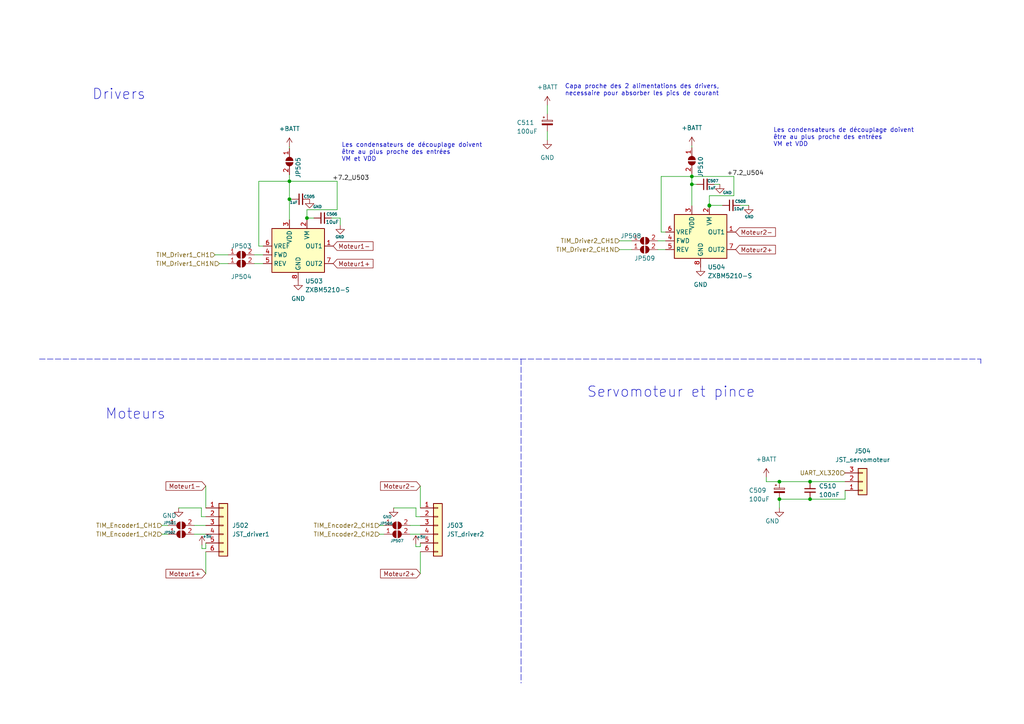
<source format=kicad_sch>
(kicad_sch (version 20211123) (generator eeschema)

  (uuid 612df67b-50d1-4314-aaa8-492795b394eb)

  (paper "A4")

  (title_block
    (title "Schéma projet Robot")
    (date "2022-10-04")
    (rev "Version 1.1")
  )

  (lib_symbols
    (symbol "Connector_Generic:Conn_01x03" (pin_names (offset 1.016) hide) (in_bom yes) (on_board yes)
      (property "Reference" "J" (id 0) (at 0 5.08 0)
        (effects (font (size 1.27 1.27)))
      )
      (property "Value" "Conn_01x03" (id 1) (at 0 -5.08 0)
        (effects (font (size 1.27 1.27)))
      )
      (property "Footprint" "" (id 2) (at 0 0 0)
        (effects (font (size 1.27 1.27)) hide)
      )
      (property "Datasheet" "~" (id 3) (at 0 0 0)
        (effects (font (size 1.27 1.27)) hide)
      )
      (property "ki_keywords" "connector" (id 4) (at 0 0 0)
        (effects (font (size 1.27 1.27)) hide)
      )
      (property "ki_description" "Generic connector, single row, 01x03, script generated (kicad-library-utils/schlib/autogen/connector/)" (id 5) (at 0 0 0)
        (effects (font (size 1.27 1.27)) hide)
      )
      (property "ki_fp_filters" "Connector*:*_1x??_*" (id 6) (at 0 0 0)
        (effects (font (size 1.27 1.27)) hide)
      )
      (symbol "Conn_01x03_1_1"
        (rectangle (start -1.27 -2.413) (end 0 -2.667)
          (stroke (width 0.1524) (type default) (color 0 0 0 0))
          (fill (type none))
        )
        (rectangle (start -1.27 0.127) (end 0 -0.127)
          (stroke (width 0.1524) (type default) (color 0 0 0 0))
          (fill (type none))
        )
        (rectangle (start -1.27 2.667) (end 0 2.413)
          (stroke (width 0.1524) (type default) (color 0 0 0 0))
          (fill (type none))
        )
        (rectangle (start -1.27 3.81) (end 1.27 -3.81)
          (stroke (width 0.254) (type default) (color 0 0 0 0))
          (fill (type background))
        )
        (pin passive line (at -5.08 2.54 0) (length 3.81)
          (name "Pin_1" (effects (font (size 1.27 1.27))))
          (number "1" (effects (font (size 1.27 1.27))))
        )
        (pin passive line (at -5.08 0 0) (length 3.81)
          (name "Pin_2" (effects (font (size 1.27 1.27))))
          (number "2" (effects (font (size 1.27 1.27))))
        )
        (pin passive line (at -5.08 -2.54 0) (length 3.81)
          (name "Pin_3" (effects (font (size 1.27 1.27))))
          (number "3" (effects (font (size 1.27 1.27))))
        )
      )
    )
    (symbol "Connector_Generic:Conn_01x06" (pin_names (offset 1.016) hide) (in_bom yes) (on_board yes)
      (property "Reference" "J" (id 0) (at 0 7.62 0)
        (effects (font (size 1.27 1.27)))
      )
      (property "Value" "Conn_01x06" (id 1) (at 0 -10.16 0)
        (effects (font (size 1.27 1.27)))
      )
      (property "Footprint" "" (id 2) (at 0 0 0)
        (effects (font (size 1.27 1.27)) hide)
      )
      (property "Datasheet" "~" (id 3) (at 0 0 0)
        (effects (font (size 1.27 1.27)) hide)
      )
      (property "ki_keywords" "connector" (id 4) (at 0 0 0)
        (effects (font (size 1.27 1.27)) hide)
      )
      (property "ki_description" "Generic connector, single row, 01x06, script generated (kicad-library-utils/schlib/autogen/connector/)" (id 5) (at 0 0 0)
        (effects (font (size 1.27 1.27)) hide)
      )
      (property "ki_fp_filters" "Connector*:*_1x??_*" (id 6) (at 0 0 0)
        (effects (font (size 1.27 1.27)) hide)
      )
      (symbol "Conn_01x06_1_1"
        (rectangle (start -1.27 -7.493) (end 0 -7.747)
          (stroke (width 0.1524) (type default) (color 0 0 0 0))
          (fill (type none))
        )
        (rectangle (start -1.27 -4.953) (end 0 -5.207)
          (stroke (width 0.1524) (type default) (color 0 0 0 0))
          (fill (type none))
        )
        (rectangle (start -1.27 -2.413) (end 0 -2.667)
          (stroke (width 0.1524) (type default) (color 0 0 0 0))
          (fill (type none))
        )
        (rectangle (start -1.27 0.127) (end 0 -0.127)
          (stroke (width 0.1524) (type default) (color 0 0 0 0))
          (fill (type none))
        )
        (rectangle (start -1.27 2.667) (end 0 2.413)
          (stroke (width 0.1524) (type default) (color 0 0 0 0))
          (fill (type none))
        )
        (rectangle (start -1.27 5.207) (end 0 4.953)
          (stroke (width 0.1524) (type default) (color 0 0 0 0))
          (fill (type none))
        )
        (rectangle (start -1.27 6.35) (end 1.27 -8.89)
          (stroke (width 0.254) (type default) (color 0 0 0 0))
          (fill (type background))
        )
        (pin passive line (at -5.08 5.08 0) (length 3.81)
          (name "Pin_1" (effects (font (size 1.27 1.27))))
          (number "1" (effects (font (size 1.27 1.27))))
        )
        (pin passive line (at -5.08 2.54 0) (length 3.81)
          (name "Pin_2" (effects (font (size 1.27 1.27))))
          (number "2" (effects (font (size 1.27 1.27))))
        )
        (pin passive line (at -5.08 0 0) (length 3.81)
          (name "Pin_3" (effects (font (size 1.27 1.27))))
          (number "3" (effects (font (size 1.27 1.27))))
        )
        (pin passive line (at -5.08 -2.54 0) (length 3.81)
          (name "Pin_4" (effects (font (size 1.27 1.27))))
          (number "4" (effects (font (size 1.27 1.27))))
        )
        (pin passive line (at -5.08 -5.08 0) (length 3.81)
          (name "Pin_5" (effects (font (size 1.27 1.27))))
          (number "5" (effects (font (size 1.27 1.27))))
        )
        (pin passive line (at -5.08 -7.62 0) (length 3.81)
          (name "Pin_6" (effects (font (size 1.27 1.27))))
          (number "6" (effects (font (size 1.27 1.27))))
        )
      )
    )
    (symbol "Device:C_Polarized_Small" (pin_numbers hide) (pin_names (offset 0.254) hide) (in_bom yes) (on_board yes)
      (property "Reference" "C" (id 0) (at 0.254 1.778 0)
        (effects (font (size 1.27 1.27)) (justify left))
      )
      (property "Value" "C_Polarized_Small" (id 1) (at 0.254 -2.032 0)
        (effects (font (size 1.27 1.27)) (justify left))
      )
      (property "Footprint" "" (id 2) (at 0 0 0)
        (effects (font (size 1.27 1.27)) hide)
      )
      (property "Datasheet" "~" (id 3) (at 0 0 0)
        (effects (font (size 1.27 1.27)) hide)
      )
      (property "ki_keywords" "cap capacitor" (id 4) (at 0 0 0)
        (effects (font (size 1.27 1.27)) hide)
      )
      (property "ki_description" "Polarized capacitor, small symbol" (id 5) (at 0 0 0)
        (effects (font (size 1.27 1.27)) hide)
      )
      (property "ki_fp_filters" "CP_*" (id 6) (at 0 0 0)
        (effects (font (size 1.27 1.27)) hide)
      )
      (symbol "C_Polarized_Small_0_1"
        (rectangle (start -1.524 -0.3048) (end 1.524 -0.6858)
          (stroke (width 0) (type default) (color 0 0 0 0))
          (fill (type outline))
        )
        (rectangle (start -1.524 0.6858) (end 1.524 0.3048)
          (stroke (width 0) (type default) (color 0 0 0 0))
          (fill (type none))
        )
        (polyline
          (pts
            (xy -1.27 1.524)
            (xy -0.762 1.524)
          )
          (stroke (width 0) (type default) (color 0 0 0 0))
          (fill (type none))
        )
        (polyline
          (pts
            (xy -1.016 1.27)
            (xy -1.016 1.778)
          )
          (stroke (width 0) (type default) (color 0 0 0 0))
          (fill (type none))
        )
      )
      (symbol "C_Polarized_Small_1_1"
        (pin passive line (at 0 2.54 270) (length 1.8542)
          (name "~" (effects (font (size 1.27 1.27))))
          (number "1" (effects (font (size 1.27 1.27))))
        )
        (pin passive line (at 0 -2.54 90) (length 1.8542)
          (name "~" (effects (font (size 1.27 1.27))))
          (number "2" (effects (font (size 1.27 1.27))))
        )
      )
    )
    (symbol "Device:C_Small" (pin_numbers hide) (pin_names (offset 0.254) hide) (in_bom yes) (on_board yes)
      (property "Reference" "C" (id 0) (at 0.254 1.778 0)
        (effects (font (size 1.27 1.27)) (justify left))
      )
      (property "Value" "C_Small" (id 1) (at 0.254 -2.032 0)
        (effects (font (size 1.27 1.27)) (justify left))
      )
      (property "Footprint" "" (id 2) (at 0 0 0)
        (effects (font (size 1.27 1.27)) hide)
      )
      (property "Datasheet" "~" (id 3) (at 0 0 0)
        (effects (font (size 1.27 1.27)) hide)
      )
      (property "ki_keywords" "capacitor cap" (id 4) (at 0 0 0)
        (effects (font (size 1.27 1.27)) hide)
      )
      (property "ki_description" "Unpolarized capacitor, small symbol" (id 5) (at 0 0 0)
        (effects (font (size 1.27 1.27)) hide)
      )
      (property "ki_fp_filters" "C_*" (id 6) (at 0 0 0)
        (effects (font (size 1.27 1.27)) hide)
      )
      (symbol "C_Small_0_1"
        (polyline
          (pts
            (xy -1.524 -0.508)
            (xy 1.524 -0.508)
          )
          (stroke (width 0.3302) (type default) (color 0 0 0 0))
          (fill (type none))
        )
        (polyline
          (pts
            (xy -1.524 0.508)
            (xy 1.524 0.508)
          )
          (stroke (width 0.3048) (type default) (color 0 0 0 0))
          (fill (type none))
        )
      )
      (symbol "C_Small_1_1"
        (pin passive line (at 0 2.54 270) (length 2.032)
          (name "~" (effects (font (size 1.27 1.27))))
          (number "1" (effects (font (size 1.27 1.27))))
        )
        (pin passive line (at 0 -2.54 90) (length 2.032)
          (name "~" (effects (font (size 1.27 1.27))))
          (number "2" (effects (font (size 1.27 1.27))))
        )
      )
    )
    (symbol "Driver_Motor:ZXBM5210-S" (in_bom yes) (on_board yes)
      (property "Reference" "U" (id 0) (at -7.62 8.89 0)
        (effects (font (size 1.27 1.27)))
      )
      (property "Value" "ZXBM5210-S" (id 1) (at 10.16 8.89 0)
        (effects (font (size 1.27 1.27)))
      )
      (property "Footprint" "Package_SO:SOIC-8_3.9x4.9mm_P1.27mm" (id 2) (at 1.27 -6.35 0)
        (effects (font (size 1.27 1.27)) hide)
      )
      (property "Datasheet" "https://www.diodes.com/assets/Datasheets/ZXBM5210.pdf" (id 3) (at 0 0 0)
        (effects (font (size 1.27 1.27)) hide)
      )
      (property "ki_keywords" "H-bridge, motor driver, PWM, single coil" (id 4) (at 0 0 0)
        (effects (font (size 1.27 1.27)) hide)
      )
      (property "ki_description" "Reversible DC motor drive with speed control, 3-18V, 0.85A, SOIC-8" (id 5) (at 0 0 0)
        (effects (font (size 1.27 1.27)) hide)
      )
      (property "ki_fp_filters" "SOIC*3.9x4.9mm*P1.27mm*" (id 6) (at 0 0 0)
        (effects (font (size 1.27 1.27)) hide)
      )
      (symbol "ZXBM5210-S_0_0"
        (pin output line (at 10.16 2.54 180) (length 2.54)
          (name "OUT1" (effects (font (size 1.27 1.27))))
          (number "1" (effects (font (size 1.27 1.27))))
        )
        (pin power_in line (at 2.54 10.16 270) (length 2.54)
          (name "VM" (effects (font (size 1.27 1.27))))
          (number "2" (effects (font (size 1.27 1.27))))
        )
        (pin power_in line (at -2.54 10.16 270) (length 2.54)
          (name "VDD" (effects (font (size 1.27 1.27))))
          (number "3" (effects (font (size 1.27 1.27))))
        )
        (pin input line (at -10.16 0 0) (length 2.54)
          (name "FWD" (effects (font (size 1.27 1.27))))
          (number "4" (effects (font (size 1.27 1.27))))
        )
        (pin input line (at -10.16 -2.54 0) (length 2.54)
          (name "REV" (effects (font (size 1.27 1.27))))
          (number "5" (effects (font (size 1.27 1.27))))
        )
        (pin input line (at -10.16 2.54 0) (length 2.54)
          (name "VREF" (effects (font (size 1.27 1.27))))
          (number "6" (effects (font (size 1.27 1.27))))
        )
        (pin output line (at 10.16 -2.54 180) (length 2.54)
          (name "OUT2" (effects (font (size 1.27 1.27))))
          (number "7" (effects (font (size 1.27 1.27))))
        )
        (pin power_in line (at 0 -7.62 90) (length 2.54)
          (name "GND" (effects (font (size 1.27 1.27))))
          (number "8" (effects (font (size 1.27 1.27))))
        )
      )
      (symbol "ZXBM5210-S_0_1"
        (rectangle (start -7.62 7.62) (end 7.62 -5.08)
          (stroke (width 0.254) (type default) (color 0 0 0 0))
          (fill (type background))
        )
      )
    )
    (symbol "Jumper:SolderJumper_2_Open" (pin_names (offset 0) hide) (in_bom yes) (on_board yes)
      (property "Reference" "JP" (id 0) (at 0 2.032 0)
        (effects (font (size 1.27 1.27)))
      )
      (property "Value" "SolderJumper_2_Open" (id 1) (at 0 -2.54 0)
        (effects (font (size 1.27 1.27)))
      )
      (property "Footprint" "" (id 2) (at 0 0 0)
        (effects (font (size 1.27 1.27)) hide)
      )
      (property "Datasheet" "~" (id 3) (at 0 0 0)
        (effects (font (size 1.27 1.27)) hide)
      )
      (property "ki_keywords" "solder jumper SPST" (id 4) (at 0 0 0)
        (effects (font (size 1.27 1.27)) hide)
      )
      (property "ki_description" "Solder Jumper, 2-pole, open" (id 5) (at 0 0 0)
        (effects (font (size 1.27 1.27)) hide)
      )
      (property "ki_fp_filters" "SolderJumper*Open*" (id 6) (at 0 0 0)
        (effects (font (size 1.27 1.27)) hide)
      )
      (symbol "SolderJumper_2_Open_0_1"
        (arc (start -0.254 1.016) (mid -1.27 0) (end -0.254 -1.016)
          (stroke (width 0) (type default) (color 0 0 0 0))
          (fill (type none))
        )
        (arc (start -0.254 1.016) (mid -1.27 0) (end -0.254 -1.016)
          (stroke (width 0) (type default) (color 0 0 0 0))
          (fill (type outline))
        )
        (polyline
          (pts
            (xy -0.254 1.016)
            (xy -0.254 -1.016)
          )
          (stroke (width 0) (type default) (color 0 0 0 0))
          (fill (type none))
        )
        (polyline
          (pts
            (xy 0.254 1.016)
            (xy 0.254 -1.016)
          )
          (stroke (width 0) (type default) (color 0 0 0 0))
          (fill (type none))
        )
        (arc (start 0.254 -1.016) (mid 1.27 0) (end 0.254 1.016)
          (stroke (width 0) (type default) (color 0 0 0 0))
          (fill (type none))
        )
        (arc (start 0.254 -1.016) (mid 1.27 0) (end 0.254 1.016)
          (stroke (width 0) (type default) (color 0 0 0 0))
          (fill (type outline))
        )
      )
      (symbol "SolderJumper_2_Open_1_1"
        (pin passive line (at -3.81 0 0) (length 2.54)
          (name "A" (effects (font (size 1.27 1.27))))
          (number "1" (effects (font (size 1.27 1.27))))
        )
        (pin passive line (at 3.81 0 180) (length 2.54)
          (name "B" (effects (font (size 1.27 1.27))))
          (number "2" (effects (font (size 1.27 1.27))))
        )
      )
    )
    (symbol "power:+5V" (power) (pin_names (offset 0)) (in_bom yes) (on_board yes)
      (property "Reference" "#PWR" (id 0) (at 0 -3.81 0)
        (effects (font (size 1.27 1.27)) hide)
      )
      (property "Value" "+5V" (id 1) (at 0 3.556 0)
        (effects (font (size 1.27 1.27)))
      )
      (property "Footprint" "" (id 2) (at 0 0 0)
        (effects (font (size 1.27 1.27)) hide)
      )
      (property "Datasheet" "" (id 3) (at 0 0 0)
        (effects (font (size 1.27 1.27)) hide)
      )
      (property "ki_keywords" "power-flag" (id 4) (at 0 0 0)
        (effects (font (size 1.27 1.27)) hide)
      )
      (property "ki_description" "Power symbol creates a global label with name \"+5V\"" (id 5) (at 0 0 0)
        (effects (font (size 1.27 1.27)) hide)
      )
      (symbol "+5V_0_1"
        (polyline
          (pts
            (xy -0.762 1.27)
            (xy 0 2.54)
          )
          (stroke (width 0) (type default) (color 0 0 0 0))
          (fill (type none))
        )
        (polyline
          (pts
            (xy 0 0)
            (xy 0 2.54)
          )
          (stroke (width 0) (type default) (color 0 0 0 0))
          (fill (type none))
        )
        (polyline
          (pts
            (xy 0 2.54)
            (xy 0.762 1.27)
          )
          (stroke (width 0) (type default) (color 0 0 0 0))
          (fill (type none))
        )
      )
      (symbol "+5V_1_1"
        (pin power_in line (at 0 0 90) (length 0) hide
          (name "+5V" (effects (font (size 1.27 1.27))))
          (number "1" (effects (font (size 1.27 1.27))))
        )
      )
    )
    (symbol "power:+BATT" (power) (pin_names (offset 0)) (in_bom yes) (on_board yes)
      (property "Reference" "#PWR" (id 0) (at 0 -3.81 0)
        (effects (font (size 1.27 1.27)) hide)
      )
      (property "Value" "+BATT" (id 1) (at 0 3.556 0)
        (effects (font (size 1.27 1.27)))
      )
      (property "Footprint" "" (id 2) (at 0 0 0)
        (effects (font (size 1.27 1.27)) hide)
      )
      (property "Datasheet" "" (id 3) (at 0 0 0)
        (effects (font (size 1.27 1.27)) hide)
      )
      (property "ki_keywords" "power-flag battery" (id 4) (at 0 0 0)
        (effects (font (size 1.27 1.27)) hide)
      )
      (property "ki_description" "Power symbol creates a global label with name \"+BATT\"" (id 5) (at 0 0 0)
        (effects (font (size 1.27 1.27)) hide)
      )
      (symbol "+BATT_0_1"
        (polyline
          (pts
            (xy -0.762 1.27)
            (xy 0 2.54)
          )
          (stroke (width 0) (type default) (color 0 0 0 0))
          (fill (type none))
        )
        (polyline
          (pts
            (xy 0 0)
            (xy 0 2.54)
          )
          (stroke (width 0) (type default) (color 0 0 0 0))
          (fill (type none))
        )
        (polyline
          (pts
            (xy 0 2.54)
            (xy 0.762 1.27)
          )
          (stroke (width 0) (type default) (color 0 0 0 0))
          (fill (type none))
        )
      )
      (symbol "+BATT_1_1"
        (pin power_in line (at 0 0 90) (length 0) hide
          (name "+BATT" (effects (font (size 1.27 1.27))))
          (number "1" (effects (font (size 1.27 1.27))))
        )
      )
    )
    (symbol "power:GND" (power) (pin_names (offset 0)) (in_bom yes) (on_board yes)
      (property "Reference" "#PWR" (id 0) (at 0 -6.35 0)
        (effects (font (size 1.27 1.27)) hide)
      )
      (property "Value" "GND" (id 1) (at 0 -3.81 0)
        (effects (font (size 1.27 1.27)))
      )
      (property "Footprint" "" (id 2) (at 0 0 0)
        (effects (font (size 1.27 1.27)) hide)
      )
      (property "Datasheet" "" (id 3) (at 0 0 0)
        (effects (font (size 1.27 1.27)) hide)
      )
      (property "ki_keywords" "power-flag" (id 4) (at 0 0 0)
        (effects (font (size 1.27 1.27)) hide)
      )
      (property "ki_description" "Power symbol creates a global label with name \"GND\" , ground" (id 5) (at 0 0 0)
        (effects (font (size 1.27 1.27)) hide)
      )
      (symbol "GND_0_1"
        (polyline
          (pts
            (xy 0 0)
            (xy 0 -1.27)
            (xy 1.27 -1.27)
            (xy 0 -2.54)
            (xy -1.27 -1.27)
            (xy 0 -1.27)
          )
          (stroke (width 0) (type default) (color 0 0 0 0))
          (fill (type none))
        )
      )
      (symbol "GND_1_1"
        (pin power_in line (at 0 0 270) (length 0) hide
          (name "GND" (effects (font (size 1.27 1.27))))
          (number "1" (effects (font (size 1.27 1.27))))
        )
      )
    )
  )

  (junction (at 83.947 52.578) (diameter 0) (color 0 0 0 0)
    (uuid 085a020d-d30a-4637-a86d-55dafc8bfe1f)
  )
  (junction (at 226.06 139.7) (diameter 0) (color 0 0 0 0)
    (uuid 273e92d0-c4eb-44b5-96cc-16b24046711e)
  )
  (junction (at 89.027 63.246) (diameter 0) (color 0 0 0 0)
    (uuid 3a97aa9a-b2ad-4e8e-9728-b21aeeceaa93)
  )
  (junction (at 234.95 144.78) (diameter 0) (color 0 0 0 0)
    (uuid 407a6555-79c5-4ebe-8127-a7c6b4a0463a)
  )
  (junction (at 83.947 57.785) (diameter 0) (color 0 0 0 0)
    (uuid 4ec77ea1-bfa9-48dd-b4b4-62f0c57f3b41)
  )
  (junction (at 226.06 144.78) (diameter 0) (color 0 0 0 0)
    (uuid 4f79f74c-95b3-4952-8659-ae6aac9989cc)
  )
  (junction (at 205.74 59.563) (diameter 0) (color 0 0 0 0)
    (uuid 6912fb0e-43be-4add-ae9e-df60931d5fdf)
  )
  (junction (at 234.95 139.7) (diameter 0) (color 0 0 0 0)
    (uuid 8df1532c-8dc4-48b6-9204-41455bd6a916)
  )
  (junction (at 200.66 51.181) (diameter 0) (color 0 0 0 0)
    (uuid d361036c-2b03-4491-a353-68bb6309665a)
  )
  (junction (at 205.74 59.69) (diameter 0) (color 0 0 0 0)
    (uuid d769c851-07b3-4c7e-b20b-294a87863801)
  )
  (junction (at 200.66 53.467) (diameter 0) (color 0 0 0 0)
    (uuid d8d03af9-ea71-4cff-bc71-7a4ee9ed76f5)
  )

  (wire (pts (xy 208.788 53.467) (xy 207.137 53.467))
    (stroke (width 0) (type default) (color 0 0 0 0))
    (uuid 03803e01-aec1-493a-962c-ca37d6d3da3f)
  )
  (wire (pts (xy 120.5992 157.8864) (xy 120.5992 158.5468))
    (stroke (width 0) (type default) (color 0 0 0 0))
    (uuid 04f0e5a3-ace0-4783-ac04-16e03853c839)
  )
  (polyline (pts (xy 151.13 104.14) (xy 151.13 198.12))
    (stroke (width 0) (type default) (color 0 0 0 0))
    (uuid 06046a8f-0ebb-4480-b45d-555128fe2882)
  )

  (wire (pts (xy 62.357 73.914) (xy 66.167 73.914))
    (stroke (width 0) (type default) (color 0 0 0 0))
    (uuid 093ff4ad-c055-4cd4-9e87-9bde6fd3be57)
  )
  (wire (pts (xy 205.74 59.563) (xy 205.74 59.69))
    (stroke (width 0) (type default) (color 0 0 0 0))
    (uuid 0e8e208b-0a39-4b8b-95e3-3769c0bdfa5c)
  )
  (wire (pts (xy 200.66 51.181) (xy 200.66 53.467))
    (stroke (width 0) (type default) (color 0 0 0 0))
    (uuid 10c63643-8526-487c-944d-c61b50eb0e71)
  )
  (wire (pts (xy 75.057 52.578) (xy 83.947 52.578))
    (stroke (width 0) (type default) (color 0 0 0 0))
    (uuid 16c5a799-e4e8-48f3-8177-a66ab49bc022)
  )
  (wire (pts (xy 58.5724 159.1056) (xy 58.5724 158.0896))
    (stroke (width 0) (type default) (color 0 0 0 0))
    (uuid 1c6928ca-1cab-4d67-a82b-6d44b2c63649)
  )
  (wire (pts (xy 121.92 140.97) (xy 121.92 147.32))
    (stroke (width 0) (type default) (color 0 0 0 0))
    (uuid 1db82cef-fca0-44ed-bf6b-4a02f56bde64)
  )
  (wire (pts (xy 89.027 63.246) (xy 91.059 63.246))
    (stroke (width 0) (type default) (color 0 0 0 0))
    (uuid 2245bfbb-1e35-4d37-8c41-7e5aeed6e907)
  )
  (wire (pts (xy 58.42 147.32) (xy 51.816 147.32))
    (stroke (width 0) (type default) (color 0 0 0 0))
    (uuid 22924f93-b094-45ce-94ab-522aacba879a)
  )
  (wire (pts (xy 73.787 73.914) (xy 76.327 73.914))
    (stroke (width 0) (type default) (color 0 0 0 0))
    (uuid 2bbf778f-6671-4d5f-ad23-9f5c21f2ae8b)
  )
  (wire (pts (xy 56.3372 152.4) (xy 59.69 152.4))
    (stroke (width 0) (type default) (color 0 0 0 0))
    (uuid 2d2af9dc-bed0-4658-bbec-c6b038cddd0d)
  )
  (wire (pts (xy 59.69 157.48) (xy 59.69 159.1056))
    (stroke (width 0) (type default) (color 0 0 0 0))
    (uuid 2da17eca-edb2-485d-ac20-25bf38a63e49)
  )
  (wire (pts (xy 200.66 53.467) (xy 202.057 53.467))
    (stroke (width 0) (type default) (color 0 0 0 0))
    (uuid 366af741-9a4f-4c22-a9df-c27bbe2a5874)
  )
  (wire (pts (xy 46.99 154.94) (xy 48.7172 154.94))
    (stroke (width 0) (type default) (color 0 0 0 0))
    (uuid 3a4a8a39-a338-497c-ac9d-1453f0605e74)
  )
  (wire (pts (xy 59.69 159.1056) (xy 58.5724 159.1056))
    (stroke (width 0) (type default) (color 0 0 0 0))
    (uuid 40025bad-5ebf-40e6-82c3-4cc0b0a6e3fe)
  )
  (wire (pts (xy 121.92 158.5468) (xy 121.92 157.48))
    (stroke (width 0) (type default) (color 0 0 0 0))
    (uuid 401bdb27-6d04-4ddd-9742-cc7040ea8259)
  )
  (wire (pts (xy 59.69 149.86) (xy 58.42 149.86))
    (stroke (width 0) (type default) (color 0 0 0 0))
    (uuid 41e29d06-bec5-4928-b489-7201a84daaac)
  )
  (wire (pts (xy 110.0836 154.94) (xy 111.3536 154.94))
    (stroke (width 0) (type default) (color 0 0 0 0))
    (uuid 42fb15c2-cecd-42ad-ab30-1440883bc93a)
  )
  (wire (pts (xy 205.74 56.769) (xy 212.852 56.769))
    (stroke (width 0) (type default) (color 0 0 0 0))
    (uuid 573ed4c6-7995-427e-80f3-03b44d273159)
  )
  (wire (pts (xy 209.55 59.563) (xy 205.74 59.563))
    (stroke (width 0) (type default) (color 0 0 0 0))
    (uuid 5763b06c-373a-483c-9866-9bcbc2f3e8e6)
  )
  (wire (pts (xy 158.75 30.48) (xy 158.75 33.02))
    (stroke (width 0) (type default) (color 0 0 0 0))
    (uuid 57920812-f9a2-4e4f-aa85-1915cb4c66af)
  )
  (wire (pts (xy 214.63 59.563) (xy 217.17 59.563))
    (stroke (width 0) (type default) (color 0 0 0 0))
    (uuid 5da4fc03-4d82-4733-8244-d886e74cecd2)
  )
  (wire (pts (xy 200.66 53.467) (xy 200.66 59.69))
    (stroke (width 0) (type default) (color 0 0 0 0))
    (uuid 5e589e32-3737-43a2-bd61-b7f902ddd800)
  )
  (wire (pts (xy 96.139 63.246) (xy 98.679 63.246))
    (stroke (width 0) (type default) (color 0 0 0 0))
    (uuid 5ead3d56-8f40-4fc8-a775-6a9cb2718d48)
  )
  (wire (pts (xy 110.0836 152.4) (xy 111.3536 152.4))
    (stroke (width 0) (type default) (color 0 0 0 0))
    (uuid 5f64196d-03e6-4dc0-ba99-384606b76479)
  )
  (wire (pts (xy 200.66 42.291) (xy 200.66 42.799))
    (stroke (width 0) (type default) (color 0 0 0 0))
    (uuid 5f9e9465-f323-47fe-9dba-e9466b052b84)
  )
  (wire (pts (xy 226.06 144.78) (xy 226.06 147.32))
    (stroke (width 0) (type default) (color 0 0 0 0))
    (uuid 610ec985-1ff5-44a0-a53b-db9ebc109955)
  )
  (wire (pts (xy 120.5992 158.5468) (xy 121.92 158.5468))
    (stroke (width 0) (type default) (color 0 0 0 0))
    (uuid 66b16e80-49f3-4fb1-96da-1d695ea68f31)
  )
  (wire (pts (xy 63.627 76.454) (xy 66.167 76.454))
    (stroke (width 0) (type default) (color 0 0 0 0))
    (uuid 6936ed20-1f37-4546-9103-cd8396d5c29b)
  )
  (wire (pts (xy 193.04 67.31) (xy 191.77 67.31))
    (stroke (width 0) (type default) (color 0 0 0 0))
    (uuid 6b9bf8c6-e39a-4ba2-bca8-4f76910c4818)
  )
  (wire (pts (xy 200.66 50.419) (xy 200.66 51.181))
    (stroke (width 0) (type default) (color 0 0 0 0))
    (uuid 6c593355-4bea-4fa9-a399-86b2f5ace124)
  )
  (wire (pts (xy 83.947 52.578) (xy 97.79 52.578))
    (stroke (width 0) (type default) (color 0 0 0 0))
    (uuid 70088e3d-6cd9-4df9-b202-3e129cc4fbd2)
  )
  (wire (pts (xy 83.947 50.673) (xy 83.947 52.578))
    (stroke (width 0) (type default) (color 0 0 0 0))
    (uuid 73d7448a-04f8-408d-8542-0ba1dd3894b9)
  )
  (wire (pts (xy 56.3372 154.94) (xy 59.69 154.94))
    (stroke (width 0) (type default) (color 0 0 0 0))
    (uuid 74a7b3f7-4b47-44f8-ac7b-06325b5f1a3c)
  )
  (wire (pts (xy 190.8048 72.39) (xy 193.04 72.39))
    (stroke (width 0) (type default) (color 0 0 0 0))
    (uuid 7c9f6fd2-8774-41da-937a-c34c55efa49c)
  )
  (wire (pts (xy 75.057 71.374) (xy 76.327 71.374))
    (stroke (width 0) (type default) (color 0 0 0 0))
    (uuid 7e1a9b63-0052-4487-bc0d-c4cafe6511ab)
  )
  (wire (pts (xy 59.69 140.97) (xy 59.69 147.32))
    (stroke (width 0) (type default) (color 0 0 0 0))
    (uuid 86791a2f-4059-4644-902c-155c95ec451c)
  )
  (wire (pts (xy 59.69 166.37) (xy 59.69 160.02))
    (stroke (width 0) (type default) (color 0 0 0 0))
    (uuid 94f90b04-a455-47b5-9a74-67277e18d43f)
  )
  (polyline (pts (xy 11.43 104.14) (xy 284.48 104.14))
    (stroke (width 0) (type default) (color 0 0 0 0))
    (uuid 9807fd25-73f4-4e3f-b288-279ccda35425)
  )

  (wire (pts (xy 222.25 138.43) (xy 222.25 139.7))
    (stroke (width 0) (type default) (color 0 0 0 0))
    (uuid 98ef5db7-8136-4d4a-a7d6-4cd59c72cfb3)
  )
  (wire (pts (xy 212.852 56.769) (xy 212.852 51.181))
    (stroke (width 0) (type default) (color 0 0 0 0))
    (uuid 997a8e51-83ac-4485-ad6a-71968c5fc0d4)
  )
  (wire (pts (xy 118.9736 152.4) (xy 121.92 152.4))
    (stroke (width 0) (type default) (color 0 0 0 0))
    (uuid 999ed35f-0cf2-4134-a4fc-4e3058031a43)
  )
  (wire (pts (xy 205.74 56.769) (xy 205.74 59.563))
    (stroke (width 0) (type default) (color 0 0 0 0))
    (uuid 9b0eff7f-c435-4327-8399-bf8bf40c88b7)
  )
  (wire (pts (xy 83.947 52.578) (xy 83.947 57.785))
    (stroke (width 0) (type default) (color 0 0 0 0))
    (uuid 9d1161e8-9681-4efd-8e00-8d6f41b7ff6c)
  )
  (wire (pts (xy 158.75 38.1) (xy 158.75 40.64))
    (stroke (width 0) (type default) (color 0 0 0 0))
    (uuid 9d87b03f-10ed-4d99-9abf-a3e3bcce55df)
  )
  (wire (pts (xy 191.77 51.181) (xy 200.66 51.181))
    (stroke (width 0) (type default) (color 0 0 0 0))
    (uuid 9e680e2e-63ae-4eb4-a168-8ea503f7ee07)
  )
  (wire (pts (xy 226.06 139.7) (xy 234.95 139.7))
    (stroke (width 0) (type default) (color 0 0 0 0))
    (uuid a09a8f28-fe07-4fd7-8a21-06a581ade9ea)
  )
  (wire (pts (xy 120.65 149.86) (xy 120.65 147.32))
    (stroke (width 0) (type default) (color 0 0 0 0))
    (uuid a1bdd1e6-b94c-4251-972f-0d30279246c9)
  )
  (wire (pts (xy 118.9736 154.94) (xy 121.92 154.94))
    (stroke (width 0) (type default) (color 0 0 0 0))
    (uuid a389d843-38af-4f29-b938-b9ebcceb6332)
  )
  (wire (pts (xy 245.11 144.78) (xy 234.95 144.78))
    (stroke (width 0) (type default) (color 0 0 0 0))
    (uuid a4abc68c-1cb2-4d44-9ed3-665648a7e2fa)
  )
  (wire (pts (xy 75.057 71.374) (xy 75.057 52.578))
    (stroke (width 0) (type default) (color 0 0 0 0))
    (uuid ab10a0bd-8499-4f02-8508-57af8171a320)
  )
  (wire (pts (xy 222.25 139.7) (xy 226.06 139.7))
    (stroke (width 0) (type default) (color 0 0 0 0))
    (uuid ab830617-0f24-4aa7-a746-a0e3884b1372)
  )
  (wire (pts (xy 46.99 152.4) (xy 48.7172 152.4))
    (stroke (width 0) (type default) (color 0 0 0 0))
    (uuid ad84f969-85df-4176-9332-f24fe2930084)
  )
  (polyline (pts (xy 284.48 104.14) (xy 284.48 105.41))
    (stroke (width 0) (type default) (color 0 0 0 0))
    (uuid aea2bd89-9b1b-459a-9be7-3bd19c6db62b)
  )

  (wire (pts (xy 89.027 63.246) (xy 89.027 63.754))
    (stroke (width 0) (type default) (color 0 0 0 0))
    (uuid aea44d2d-0d40-47ae-be4c-c0eb03c16411)
  )
  (wire (pts (xy 97.79 52.578) (xy 97.79 60.833))
    (stroke (width 0) (type default) (color 0 0 0 0))
    (uuid b31cfc60-fea1-454c-9fad-3cb019b0a75b)
  )
  (wire (pts (xy 179.6796 72.39) (xy 183.1848 72.39))
    (stroke (width 0) (type default) (color 0 0 0 0))
    (uuid b3e908ca-efc1-4a09-ae09-19cdf33866fd)
  )
  (wire (pts (xy 234.95 144.78) (xy 226.06 144.78))
    (stroke (width 0) (type default) (color 0 0 0 0))
    (uuid b8adfeea-e62a-452a-b0ca-7f6c692e3384)
  )
  (wire (pts (xy 83.947 57.785) (xy 83.947 63.754))
    (stroke (width 0) (type default) (color 0 0 0 0))
    (uuid bb7817f3-1d7f-4229-9621-07f872a1efff)
  )
  (wire (pts (xy 121.92 166.37) (xy 121.92 160.02))
    (stroke (width 0) (type default) (color 0 0 0 0))
    (uuid bfedb1ac-cc2f-48c5-8525-d17775641e9d)
  )
  (wire (pts (xy 97.79 60.833) (xy 89.027 60.833))
    (stroke (width 0) (type default) (color 0 0 0 0))
    (uuid d3f757e9-658b-49de-b0fa-4c6eeaccc235)
  )
  (wire (pts (xy 58.42 149.86) (xy 58.42 147.32))
    (stroke (width 0) (type default) (color 0 0 0 0))
    (uuid d4afe85a-bd57-4387-bd43-da1cc8dd43b4)
  )
  (wire (pts (xy 73.787 76.454) (xy 76.327 76.454))
    (stroke (width 0) (type default) (color 0 0 0 0))
    (uuid d9b944d9-2dc6-47c6-9880-08c058ed3870)
  )
  (wire (pts (xy 121.92 149.86) (xy 120.65 149.86))
    (stroke (width 0) (type default) (color 0 0 0 0))
    (uuid ddb89bcc-6d23-4005-8120-75fd11a9834c)
  )
  (wire (pts (xy 179.6796 69.85) (xy 183.1848 69.85))
    (stroke (width 0) (type default) (color 0 0 0 0))
    (uuid de11632e-2eb3-4247-a9cc-596b214c20d8)
  )
  (wire (pts (xy 83.947 57.785) (xy 84.709 57.785))
    (stroke (width 0) (type default) (color 0 0 0 0))
    (uuid e4684333-183a-44f4-97a1-4092c82d81ec)
  )
  (wire (pts (xy 83.947 42.545) (xy 83.947 43.053))
    (stroke (width 0) (type default) (color 0 0 0 0))
    (uuid e551233d-d4fd-4053-90c5-f9cdeaba898a)
  )
  (wire (pts (xy 191.77 51.181) (xy 191.77 67.31))
    (stroke (width 0) (type default) (color 0 0 0 0))
    (uuid e66ec60a-ee2b-435d-b917-6f6006151430)
  )
  (wire (pts (xy 98.679 63.246) (xy 98.679 65.278))
    (stroke (width 0) (type default) (color 0 0 0 0))
    (uuid e8c47eca-7a4e-414a-aa05-98aa32f24f75)
  )
  (wire (pts (xy 245.11 144.78) (xy 245.11 142.24))
    (stroke (width 0) (type default) (color 0 0 0 0))
    (uuid e8ee94b3-af9a-4b62-b4f2-9c9e152a120b)
  )
  (wire (pts (xy 190.8048 69.85) (xy 193.04 69.85))
    (stroke (width 0) (type default) (color 0 0 0 0))
    (uuid f2025f82-acc8-4531-bf2e-bd56920e3b6b)
  )
  (wire (pts (xy 234.95 139.7) (xy 245.11 139.7))
    (stroke (width 0) (type default) (color 0 0 0 0))
    (uuid f86ad3b0-3cf0-44e1-a434-e650c5b3c196)
  )
  (wire (pts (xy 89.027 60.833) (xy 89.027 63.246))
    (stroke (width 0) (type default) (color 0 0 0 0))
    (uuid f89d3abb-88a1-46ee-9615-ac44cf2465ab)
  )
  (wire (pts (xy 120.65 147.32) (xy 114.173 147.32))
    (stroke (width 0) (type default) (color 0 0 0 0))
    (uuid f9f7819b-df03-4525-87a2-d3fd657bf88c)
  )
  (wire (pts (xy 212.852 51.181) (xy 200.66 51.181))
    (stroke (width 0) (type default) (color 0 0 0 0))
    (uuid ffea37a9-97f0-49bd-9b17-96c8d00ea3f6)
  )

  (text "Les condensateurs de découplage doivent\nêtre au plus proche des entrées\nVM et VDD"
    (at 224.282 42.672 0)
    (effects (font (size 1.27 1.27)) (justify left bottom))
    (uuid 1a5ba540-55bb-431e-9808-2cfaff93cff1)
  )
  (text "Servomoteur et pince\n" (at 170.18 115.57 0)
    (effects (font (size 3 3)) (justify left bottom))
    (uuid 438b5809-e5be-487a-a26a-e6be75d7a9a5)
  )
  (text "Drivers\n" (at 26.67 29.21 0)
    (effects (font (size 3 3)) (justify left bottom))
    (uuid 6272068b-633b-42b7-a368-b6c11d5285cb)
  )
  (text "Les condensateurs de découplage doivent\nêtre au plus proche des entrées\nVM et VDD"
    (at 99.06 46.99 0)
    (effects (font (size 1.27 1.27)) (justify left bottom))
    (uuid 99e20bbf-3403-461b-b15d-f16c23c2655c)
  )
  (text "Moteurs\n" (at 30.48 121.92 0)
    (effects (font (size 3 3)) (justify left bottom))
    (uuid be278ac2-c58a-495c-8061-92971184c350)
  )
  (text "Capa proche des 2 alimentations des drivers, \nnecessaire pour absorber les pics de courant"
    (at 163.83 27.94 0)
    (effects (font (size 1.27 1.27)) (justify left bottom))
    (uuid fa02ef4f-5253-4dca-8a60-3a4ad32e5c1b)
  )

  (label "+7.2_U504" (at 210.82 51.181 0)
    (effects (font (size 1.27 1.27)) (justify left bottom))
    (uuid 5ed557b2-8574-4042-97b0-e0d809fdb267)
  )
  (label "+7.2_U503" (at 96.3676 52.578 0)
    (effects (font (size 1.27 1.27)) (justify left bottom))
    (uuid e294e074-9635-4d95-bc19-8d68801e86fd)
  )

  (global_label "Moteur2+" (shape input) (at 213.36 72.39 0) (fields_autoplaced)
    (effects (font (size 1.27 1.27)) (justify left))
    (uuid 0579457f-1684-4051-b88e-ae09e62fd7ad)
    (property "Intersheet References" "${INTERSHEET_REFS}" (id 0) (at 224.905 72.3106 0)
      (effects (font (size 1.27 1.27)) (justify left) hide)
    )
  )
  (global_label "Moteur2-" (shape input) (at 213.36 67.31 0) (fields_autoplaced)
    (effects (font (size 1.27 1.27)) (justify left))
    (uuid 237468a4-c285-493d-b7f4-0d33eb9b1a61)
    (property "Intersheet References" "${INTERSHEET_REFS}" (id 0) (at 224.905 67.2306 0)
      (effects (font (size 1.27 1.27)) (justify left) hide)
    )
  )
  (global_label "Moteur2-" (shape input) (at 121.92 140.97 180) (fields_autoplaced)
    (effects (font (size 1.27 1.27)) (justify right))
    (uuid 3bf729a6-fe09-403b-8834-d4a8358f3c27)
    (property "Intersheet References" "${INTERSHEET_REFS}" (id 0) (at 110.375 141.0494 0)
      (effects (font (size 1.27 1.27)) (justify right) hide)
    )
  )
  (global_label "Moteur1+" (shape input) (at 59.69 166.37 180) (fields_autoplaced)
    (effects (font (size 1.27 1.27)) (justify right))
    (uuid 56eae6e8-95a0-4ec3-a818-9708adff76c2)
    (property "Intersheet References" "${INTERSHEET_REFS}" (id 0) (at 48.145 166.4494 0)
      (effects (font (size 1.27 1.27)) (justify right) hide)
    )
  )
  (global_label "Moteur1+" (shape input) (at 96.647 76.454 0) (fields_autoplaced)
    (effects (font (size 1.27 1.27)) (justify left))
    (uuid 70f5c392-0b6e-4a9e-bd8c-283790bf5b34)
    (property "Intersheet References" "${INTERSHEET_REFS}" (id 0) (at 108.192 76.3746 0)
      (effects (font (size 1.27 1.27)) (justify left) hide)
    )
  )
  (global_label "Moteur1-" (shape input) (at 59.69 140.97 180) (fields_autoplaced)
    (effects (font (size 1.27 1.27)) (justify right))
    (uuid 843cb24d-348d-48b3-9e9e-9114e5197db4)
    (property "Intersheet References" "${INTERSHEET_REFS}" (id 0) (at 48.145 141.0494 0)
      (effects (font (size 1.27 1.27)) (justify right) hide)
    )
  )
  (global_label "Moteur2+" (shape input) (at 121.92 166.37 180) (fields_autoplaced)
    (effects (font (size 1.27 1.27)) (justify right))
    (uuid 9d7e2c43-92b3-45bf-ac1d-4fe561b618d6)
    (property "Intersheet References" "${INTERSHEET_REFS}" (id 0) (at 110.375 166.4494 0)
      (effects (font (size 1.27 1.27)) (justify right) hide)
    )
  )
  (global_label "Moteur1-" (shape input) (at 96.647 71.374 0) (fields_autoplaced)
    (effects (font (size 1.27 1.27)) (justify left))
    (uuid e154b7bb-3612-4bab-bb7d-b4ca53bb1432)
    (property "Intersheet References" "${INTERSHEET_REFS}" (id 0) (at 108.192 71.2946 0)
      (effects (font (size 1.27 1.27)) (justify left) hide)
    )
  )

  (hierarchical_label "TIM_Driver2_CH1N" (shape input) (at 179.6796 72.39 180)
    (effects (font (size 1.27 1.27)) (justify right))
    (uuid 5f8ca28f-8cb6-4fce-b0f0-7d3e48cc398c)
  )
  (hierarchical_label "TIM_Driver2_CH1" (shape input) (at 179.6796 69.85 180)
    (effects (font (size 1.27 1.27)) (justify right))
    (uuid 65545b3d-e314-4b99-9a32-91dc89f025b0)
  )
  (hierarchical_label "TIM_Encoder2_CH1" (shape input) (at 110.0836 152.4 180)
    (effects (font (size 1.27 1.27)) (justify right))
    (uuid 7a02e9b2-c0d2-4d8e-bc72-68597035c6b6)
  )
  (hierarchical_label "TIM_Driver1_CH1" (shape input) (at 62.357 73.914 180)
    (effects (font (size 1.27 1.27)) (justify right))
    (uuid 9b28398b-dde0-44c4-b891-0c2d5997409d)
  )
  (hierarchical_label "UART_XL320" (shape input) (at 245.11 137.16 180)
    (effects (font (size 1.27 1.27)) (justify right))
    (uuid a28950ee-cec9-49e5-8ca8-5894cc3efbef)
  )
  (hierarchical_label "TIM_Encoder1_CH2" (shape input) (at 46.99 154.94 180)
    (effects (font (size 1.27 1.27)) (justify right))
    (uuid ae20e2e7-c221-4e9e-856d-7fe023fc49cc)
  )
  (hierarchical_label "TIM_Encoder1_CH1" (shape input) (at 46.99 152.4 180)
    (effects (font (size 1.27 1.27)) (justify right))
    (uuid afa2227c-f832-4f64-bfa5-f088213291c0)
  )
  (hierarchical_label "TIM_Driver1_CH1N" (shape input) (at 63.627 76.454 180)
    (effects (font (size 1.27 1.27)) (justify right))
    (uuid b4232450-9f95-4f35-aab7-5941941147e7)
  )
  (hierarchical_label "TIM_Encoder2_CH2" (shape input) (at 110.0836 154.94 180)
    (effects (font (size 1.27 1.27)) (justify right))
    (uuid f5fe9c84-5ece-4be4-b407-fd66bce938f0)
  )

  (symbol (lib_id "power:+BATT") (at 158.75 30.48 0) (unit 1)
    (in_bom yes) (on_board yes) (fields_autoplaced)
    (uuid 094d5afc-38d5-4bab-8967-ae8a25892967)
    (property "Reference" "#PWR0515" (id 0) (at 158.75 34.29 0)
      (effects (font (size 1.27 1.27)) hide)
    )
    (property "Value" "+BATT" (id 1) (at 158.75 25.273 0))
    (property "Footprint" "" (id 2) (at 158.75 30.48 0)
      (effects (font (size 1.27 1.27)) hide)
    )
    (property "Datasheet" "" (id 3) (at 158.75 30.48 0)
      (effects (font (size 1.27 1.27)) hide)
    )
    (pin "1" (uuid bbd7edba-8a45-4832-89e4-c80ef4cce430))
  )

  (symbol (lib_id "power:+BATT") (at 222.25 138.43 0) (unit 1)
    (in_bom yes) (on_board yes) (fields_autoplaced)
    (uuid 1fc62ed9-906e-48d0-84d3-bf2cddbf3984)
    (property "Reference" "#PWR0513" (id 0) (at 222.25 142.24 0)
      (effects (font (size 1.27 1.27)) hide)
    )
    (property "Value" "+BATT" (id 1) (at 222.25 133.223 0))
    (property "Footprint" "" (id 2) (at 222.25 138.43 0)
      (effects (font (size 1.27 1.27)) hide)
    )
    (property "Datasheet" "" (id 3) (at 222.25 138.43 0)
      (effects (font (size 1.27 1.27)) hide)
    )
    (pin "1" (uuid ed295421-f4be-4d1a-9ad5-8e58923b781b))
  )

  (symbol (lib_id "Jumper:SolderJumper_2_Open") (at 69.977 73.914 0) (unit 1)
    (in_bom yes) (on_board yes)
    (uuid 272b8817-b600-4490-a471-9b4a70a96104)
    (property "Reference" "JP503" (id 0) (at 69.977 71.374 0))
    (property "Value" "SolderJumper_2_Open" (id 1) (at 69.977 77.724 0)
      (effects (font (size 1.27 1.27)) hide)
    )
    (property "Footprint" "Jumper:SolderJumper-2_P1.3mm_Open_TrianglePad1.0x1.5mm" (id 2) (at 69.977 73.914 0)
      (effects (font (size 1.27 1.27)) hide)
    )
    (property "Datasheet" "~" (id 3) (at 69.977 73.914 0)
      (effects (font (size 1.27 1.27)) hide)
    )
    (pin "1" (uuid 35af6f35-5c96-4424-beaf-454c6fa98e14))
    (pin "2" (uuid 66211c95-693d-4292-b140-8a1ba32008da))
  )

  (symbol (lib_id "Jumper:SolderJumper_2_Open") (at 52.5272 154.94 0) (unit 1)
    (in_bom yes) (on_board yes)
    (uuid 300f2f55-8df4-405e-9032-9a4ffb7a3041)
    (property "Reference" "JP502" (id 0) (at 49.1744 154.432 0)
      (effects (font (size 0.7 0.7)))
    )
    (property "Value" "SolderJumper_2_Open" (id 1) (at 52.5272 158.75 0)
      (effects (font (size 1.27 1.27)) hide)
    )
    (property "Footprint" "Jumper:SolderJumper-2_P1.3mm_Open_TrianglePad1.0x1.5mm" (id 2) (at 52.5272 154.94 0)
      (effects (font (size 1.27 1.27)) hide)
    )
    (property "Datasheet" "~" (id 3) (at 52.5272 154.94 0)
      (effects (font (size 1.27 1.27)) hide)
    )
    (pin "1" (uuid 3fe63ce9-9c98-4b56-999e-5566be5771c6))
    (pin "2" (uuid f053b1cd-1eb9-4388-a31d-1061ce12aed1))
  )

  (symbol (lib_id "Jumper:SolderJumper_2_Open") (at 69.977 76.454 0) (unit 1)
    (in_bom yes) (on_board yes)
    (uuid 32ac58a1-cb33-4f16-847a-ab44b35a5b77)
    (property "Reference" "JP504" (id 0) (at 69.977 80.264 0))
    (property "Value" "SolderJumper_2_Open" (id 1) (at 69.977 80.264 0)
      (effects (font (size 1.27 1.27)) hide)
    )
    (property "Footprint" "Jumper:SolderJumper-2_P1.3mm_Open_TrianglePad1.0x1.5mm" (id 2) (at 69.977 76.454 0)
      (effects (font (size 1.27 1.27)) hide)
    )
    (property "Datasheet" "~" (id 3) (at 69.977 76.454 0)
      (effects (font (size 1.27 1.27)) hide)
    )
    (pin "1" (uuid 43f0ad7b-fd29-4434-9753-90982427625a))
    (pin "2" (uuid 4ff6626f-bfd9-4dfb-8327-92763d7da103))
  )

  (symbol (lib_id "power:GND") (at 208.788 53.467 0) (unit 1)
    (in_bom yes) (on_board yes)
    (uuid 3ab6763c-4039-48a3-b528-66a3a0c5e73c)
    (property "Reference" "#PWR0511" (id 0) (at 208.788 59.817 0)
      (effects (font (size 1.27 1.27)) hide)
    )
    (property "Value" "GND" (id 1) (at 210.947 55.88 0)
      (effects (font (size 0.8 0.8)))
    )
    (property "Footprint" "" (id 2) (at 208.788 53.467 0)
      (effects (font (size 1.27 1.27)) hide)
    )
    (property "Datasheet" "" (id 3) (at 208.788 53.467 0)
      (effects (font (size 1.27 1.27)) hide)
    )
    (pin "1" (uuid 8849c1c9-6aa2-47fe-8a98-b1eb92676582))
  )

  (symbol (lib_id "power:GND") (at 89.789 57.785 0) (unit 1)
    (in_bom yes) (on_board yes)
    (uuid 3d7a3687-f448-4cc7-90ff-c879f4b7a5a8)
    (property "Reference" "#PWR0505" (id 0) (at 89.789 64.135 0)
      (effects (font (size 1.27 1.27)) hide)
    )
    (property "Value" "GND" (id 1) (at 92.075 59.944 0)
      (effects (font (size 0.8 0.8)))
    )
    (property "Footprint" "" (id 2) (at 89.789 57.785 0)
      (effects (font (size 1.27 1.27)) hide)
    )
    (property "Datasheet" "" (id 3) (at 89.789 57.785 0)
      (effects (font (size 1.27 1.27)) hide)
    )
    (pin "1" (uuid 4177def5-a9c5-4c7e-a7a7-221f1f676158))
  )

  (symbol (lib_id "Connector_Generic:Conn_01x03") (at 250.19 139.7 0) (mirror x) (unit 1)
    (in_bom yes) (on_board yes) (fields_autoplaced)
    (uuid 45e799cd-86cd-4e9c-8c3a-f10a4a7a3c06)
    (property "Reference" "J504" (id 0) (at 250.19 130.81 0))
    (property "Value" "JST_servomoteur" (id 1) (at 250.19 133.35 0))
    (property "Footprint" "Connector_JST:JST_XH_B3B-XH-A_1x03_P2.50mm_Vertical" (id 2) (at 250.19 139.7 0)
      (effects (font (size 1.27 1.27)) hide)
    )
    (property "Datasheet" "~" (id 3) (at 250.19 139.7 0)
      (effects (font (size 1.27 1.27)) hide)
    )
    (pin "1" (uuid 5ad10082-7139-4e96-9277-6bed71cd46be))
    (pin "2" (uuid c7d29ba2-e527-421e-815a-3458b9483b20))
    (pin "3" (uuid b2b37c19-733d-4702-8ff5-e656a2b4d90a))
  )

  (symbol (lib_id "power:+BATT") (at 83.947 42.545 0) (unit 1)
    (in_bom yes) (on_board yes) (fields_autoplaced)
    (uuid 47121f70-4766-4e02-8a77-af1c0c205565)
    (property "Reference" "#PWR0503" (id 0) (at 83.947 46.355 0)
      (effects (font (size 1.27 1.27)) hide)
    )
    (property "Value" "+BATT" (id 1) (at 83.947 37.338 0))
    (property "Footprint" "" (id 2) (at 83.947 42.545 0)
      (effects (font (size 1.27 1.27)) hide)
    )
    (property "Datasheet" "" (id 3) (at 83.947 42.545 0)
      (effects (font (size 1.27 1.27)) hide)
    )
    (pin "1" (uuid deff4855-a5f7-43c9-8bca-eb68ab3f10db))
  )

  (symbol (lib_id "Jumper:SolderJumper_2_Open") (at 115.1636 152.4 0) (unit 1)
    (in_bom yes) (on_board yes)
    (uuid 48b0bd8d-03a9-4f80-9a5e-4beac8537d81)
    (property "Reference" "JP506" (id 0) (at 112.014 151.8412 0)
      (effects (font (size 0.8 0.8)))
    )
    (property "Value" "SolderJumper_2_Open" (id 1) (at 115.1636 156.21 0)
      (effects (font (size 1.27 1.27)) hide)
    )
    (property "Footprint" "Jumper:SolderJumper-2_P1.3mm_Open_TrianglePad1.0x1.5mm" (id 2) (at 115.1636 152.4 0)
      (effects (font (size 1.27 1.27)) hide)
    )
    (property "Datasheet" "~" (id 3) (at 115.1636 152.4 0)
      (effects (font (size 1.27 1.27)) hide)
    )
    (pin "1" (uuid c805b783-a36e-4488-8fd2-9c9794b62526))
    (pin "2" (uuid 4ada521d-e6d4-4835-a5a9-acc716e47473))
  )

  (symbol (lib_id "Device:C_Small") (at 204.597 53.467 90) (unit 1)
    (in_bom yes) (on_board yes)
    (uuid 50ac2287-9b65-4bca-b27d-2e01c9531fb7)
    (property "Reference" "C507" (id 0) (at 208.407 52.451 90)
      (effects (font (size 0.8 0.8)) (justify left))
    )
    (property "Value" "1uF" (id 1) (at 207.645 54.483 90)
      (effects (font (size 0.8 0.8)) (justify left))
    )
    (property "Footprint" "Capacitor_SMD:C_0603_1608Metric_Pad1.08x0.95mm_HandSolder" (id 2) (at 204.597 53.467 0)
      (effects (font (size 1.27 1.27)) hide)
    )
    (property "Datasheet" "~" (id 3) (at 204.597 53.467 0)
      (effects (font (size 1.27 1.27)) hide)
    )
    (pin "1" (uuid ba7cf1e6-40e4-4653-9dd8-4602dbeb379c))
    (pin "2" (uuid 7297711c-f9cc-424d-8105-e35c75efdb27))
  )

  (symbol (lib_id "power:GND") (at 51.816 147.32 0) (unit 1)
    (in_bom yes) (on_board yes)
    (uuid 51872e88-c8da-40fa-8d96-1916c2208949)
    (property "Reference" "#PWR0502" (id 0) (at 51.816 153.67 0)
      (effects (font (size 1.27 1.27)) hide)
    )
    (property "Value" "GND" (id 1) (at 49.1236 149.5552 0))
    (property "Footprint" "" (id 2) (at 51.816 147.32 0)
      (effects (font (size 1.27 1.27)) hide)
    )
    (property "Datasheet" "" (id 3) (at 51.816 147.32 0)
      (effects (font (size 1.27 1.27)) hide)
    )
    (pin "1" (uuid 9501ab78-b828-4c4a-987c-1355b0957147))
  )

  (symbol (lib_id "Device:C_Polarized_Small") (at 226.06 142.24 0) (unit 1)
    (in_bom yes) (on_board yes)
    (uuid 531ee07d-e3ef-4522-8b75-b26aa7698e77)
    (property "Reference" "C509" (id 0) (at 217.17 142.24 0)
      (effects (font (size 1.27 1.27)) (justify left))
    )
    (property "Value" "100uF" (id 1) (at 217.17 144.78 0)
      (effects (font (size 1.27 1.27)) (justify left))
    )
    (property "Footprint" "Capacitor_THT:CP_Radial_D6.3mm_P2.50mm" (id 2) (at 226.06 142.24 0)
      (effects (font (size 1.27 1.27)) hide)
    )
    (property "Datasheet" "~" (id 3) (at 226.06 142.24 0)
      (effects (font (size 1.27 1.27)) hide)
    )
    (pin "1" (uuid a0f6d295-1a6d-41bf-8e2c-a25daa0d526f))
    (pin "2" (uuid 5aa4aca6-299e-471e-bb07-ef0a9c782bcc))
  )

  (symbol (lib_id "Jumper:SolderJumper_2_Open") (at 186.9948 69.85 0) (unit 1)
    (in_bom yes) (on_board yes)
    (uuid 54e10b1d-b898-416b-9fff-ad86c32b3ea2)
    (property "Reference" "JP508" (id 0) (at 182.9816 68.4276 0))
    (property "Value" "SolderJumper_2_Open" (id 1) (at 186.9948 73.66 0)
      (effects (font (size 1.27 1.27)) hide)
    )
    (property "Footprint" "Jumper:SolderJumper-2_P1.3mm_Open_TrianglePad1.0x1.5mm" (id 2) (at 186.9948 69.85 0)
      (effects (font (size 1.27 1.27)) hide)
    )
    (property "Datasheet" "~" (id 3) (at 186.9948 69.85 0)
      (effects (font (size 1.27 1.27)) hide)
    )
    (pin "1" (uuid 26567535-f716-4eb6-9b6b-7d56f6124c76))
    (pin "2" (uuid 96c0d67b-3f94-4a9a-bc9f-fc1ce7687daf))
  )

  (symbol (lib_id "power:+BATT") (at 200.66 42.291 0) (unit 1)
    (in_bom yes) (on_board yes) (fields_autoplaced)
    (uuid 57e14098-a243-49af-85d5-20edf289fa35)
    (property "Reference" "#PWR0509" (id 0) (at 200.66 46.101 0)
      (effects (font (size 1.27 1.27)) hide)
    )
    (property "Value" "+BATT" (id 1) (at 200.66 37.084 0))
    (property "Footprint" "" (id 2) (at 200.66 42.291 0)
      (effects (font (size 1.27 1.27)) hide)
    )
    (property "Datasheet" "" (id 3) (at 200.66 42.291 0)
      (effects (font (size 1.27 1.27)) hide)
    )
    (pin "1" (uuid 13e8a622-fc31-45de-82ed-159694830610))
  )

  (symbol (lib_id "power:+5V") (at 58.5724 158.0896 0) (unit 1)
    (in_bom yes) (on_board yes)
    (uuid 5c829397-e01d-4315-be59-3e5720127f22)
    (property "Reference" "#PWR0501" (id 0) (at 58.5724 161.8996 0)
      (effects (font (size 1.27 1.27)) hide)
    )
    (property "Value" "+5V" (id 1) (at 60.0456 155.6004 0)
      (effects (font (size 0.8 0.8)))
    )
    (property "Footprint" "" (id 2) (at 58.5724 158.0896 0)
      (effects (font (size 1.27 1.27)) hide)
    )
    (property "Datasheet" "" (id 3) (at 58.5724 158.0896 0)
      (effects (font (size 1.27 1.27)) hide)
    )
    (pin "1" (uuid 43043d47-6b81-4579-b845-1fe19ce038df))
  )

  (symbol (lib_id "Driver_Motor:ZXBM5210-S") (at 86.487 73.914 0) (unit 1)
    (in_bom yes) (on_board yes) (fields_autoplaced)
    (uuid 64b34697-ca11-49b7-97f6-8533ccf58c0f)
    (property "Reference" "U503" (id 0) (at 88.5064 81.534 0)
      (effects (font (size 1.27 1.27)) (justify left))
    )
    (property "Value" "ZXBM5210-S" (id 1) (at 88.5064 84.074 0)
      (effects (font (size 1.27 1.27)) (justify left))
    )
    (property "Footprint" "Package_SO:SOIC-8_3.9x4.9mm_P1.27mm" (id 2) (at 87.757 80.264 0)
      (effects (font (size 1.27 1.27)) hide)
    )
    (property "Datasheet" "https://www.diodes.com/assets/Datasheets/ZXBM5210.pdf" (id 3) (at 86.487 73.914 0)
      (effects (font (size 1.27 1.27)) hide)
    )
    (pin "1" (uuid f1dff76e-9f21-4eb2-a1d5-7657c619b610))
    (pin "2" (uuid 8d04b6e4-fb91-4091-a1b1-bcf1dca21fb8))
    (pin "3" (uuid 52aade67-c2f3-4b37-82e5-ff2ec9bafba2))
    (pin "4" (uuid 9713070c-98d9-4a59-b9cc-a7c8b709491f))
    (pin "5" (uuid 11ebb9f3-eede-4953-a364-75cf2e85367b))
    (pin "6" (uuid d43bb884-071d-456d-aaf5-57c89b0fee4d))
    (pin "7" (uuid d03fc871-afa7-4a81-8b60-9d1766db8df9))
    (pin "8" (uuid 31856618-ebd9-40ce-bf6d-3de36546fac7))
  )

  (symbol (lib_id "Device:C_Small") (at 93.599 63.246 90) (unit 1)
    (in_bom yes) (on_board yes)
    (uuid 65f40150-4679-42c2-9308-ba73945fd6b8)
    (property "Reference" "C506" (id 0) (at 96.266 62.103 90)
      (effects (font (size 0.8 0.8)))
    )
    (property "Value" "10uF" (id 1) (at 96.393 64.389 90)
      (effects (font (size 1 1)))
    )
    (property "Footprint" "Capacitor_SMD:C_0603_1608Metric_Pad1.08x0.95mm_HandSolder" (id 2) (at 93.599 63.246 0)
      (effects (font (size 1.27 1.27)) hide)
    )
    (property "Datasheet" "~" (id 3) (at 93.599 63.246 0)
      (effects (font (size 1.27 1.27)) hide)
    )
    (pin "1" (uuid 825ca039-e969-443d-acc1-c280128d426f))
    (pin "2" (uuid b6e42c08-405f-4cee-82e7-991ab2d3f0c8))
  )

  (symbol (lib_id "Device:C_Small") (at 87.249 57.785 90) (unit 1)
    (in_bom yes) (on_board yes)
    (uuid 74dde1d0-a8a6-4e7d-b4e4-87e4db0a116e)
    (property "Reference" "C505" (id 0) (at 91.313 57.023 90)
      (effects (font (size 0.8 0.8)) (justify left))
    )
    (property "Value" "1uF" (id 1) (at 86.36 58.674 90)
      (effects (font (size 0.8 0.8)) (justify left))
    )
    (property "Footprint" "Capacitor_SMD:C_0603_1608Metric_Pad1.08x0.95mm_HandSolder" (id 2) (at 87.249 57.785 0)
      (effects (font (size 1.27 1.27)) hide)
    )
    (property "Datasheet" "~" (id 3) (at 87.249 57.785 0)
      (effects (font (size 1.27 1.27)) hide)
    )
    (pin "1" (uuid d9a110a4-c90e-428d-bcf5-60941da2f6f5))
    (pin "2" (uuid 508ed53c-6dec-4d56-a0d5-d6cb000145de))
  )

  (symbol (lib_id "power:GND") (at 226.06 147.32 0) (unit 1)
    (in_bom yes) (on_board yes)
    (uuid 75deab84-2d82-4095-bf47-b94adce209aa)
    (property "Reference" "#PWR0514" (id 0) (at 226.06 153.67 0)
      (effects (font (size 1.27 1.27)) hide)
    )
    (property "Value" "GND" (id 1) (at 226.0599 151.13 0)
      (effects (font (size 1.27 1.27)) (justify right))
    )
    (property "Footprint" "" (id 2) (at 226.06 147.32 0)
      (effects (font (size 1.27 1.27)) hide)
    )
    (property "Datasheet" "" (id 3) (at 226.06 147.32 0)
      (effects (font (size 1.27 1.27)) hide)
    )
    (pin "1" (uuid 92ee9e3c-bb11-4c40-b83f-cc03ebe55bd2))
  )

  (symbol (lib_id "Connector_Generic:Conn_01x06") (at 127 152.4 0) (unit 1)
    (in_bom yes) (on_board yes) (fields_autoplaced)
    (uuid 7c839bf5-efb2-4730-8458-c6706f335aac)
    (property "Reference" "J503" (id 0) (at 129.54 152.3999 0)
      (effects (font (size 1.27 1.27)) (justify left))
    )
    (property "Value" "JST_driver2" (id 1) (at 129.54 154.9399 0)
      (effects (font (size 1.27 1.27)) (justify left))
    )
    (property "Footprint" "Connector_JST:JST_XH_B6B-XH-A_1x06_P2.50mm_Vertical" (id 2) (at 127 152.4 0)
      (effects (font (size 1.27 1.27)) hide)
    )
    (property "Datasheet" "~" (id 3) (at 127 152.4 0)
      (effects (font (size 1.27 1.27)) hide)
    )
    (pin "1" (uuid 12beebb8-4fc7-4ced-a8f7-5362829d6929))
    (pin "2" (uuid 49293b2b-b254-4102-9faa-67e9fe1483b6))
    (pin "3" (uuid 631ab43a-509d-4956-8695-9b7324b39c79))
    (pin "4" (uuid 72732623-dbca-4d70-b208-fa7bace95b63))
    (pin "5" (uuid 0241f3d5-e13d-4ef9-916d-34f558689143))
    (pin "6" (uuid 2736bff3-76ca-4bb5-9ea3-81229ce79b29))
  )

  (symbol (lib_id "power:GND") (at 98.679 65.278 0) (unit 1)
    (in_bom yes) (on_board yes)
    (uuid 7f851cb5-58b3-4509-aabb-07df7af3a67e)
    (property "Reference" "#PWR0506" (id 0) (at 98.679 71.628 0)
      (effects (font (size 1.27 1.27)) hide)
    )
    (property "Value" "GND" (id 1) (at 98.552 68.707 0)
      (effects (font (size 0.8 0.8)))
    )
    (property "Footprint" "" (id 2) (at 98.679 65.278 0)
      (effects (font (size 1.27 1.27)) hide)
    )
    (property "Datasheet" "" (id 3) (at 98.679 65.278 0)
      (effects (font (size 1.27 1.27)) hide)
    )
    (pin "1" (uuid 16ebf1ad-5a03-48f9-b101-1c61bec8a875))
  )

  (symbol (lib_id "Driver_Motor:ZXBM5210-S") (at 203.2 69.85 0) (unit 1)
    (in_bom yes) (on_board yes) (fields_autoplaced)
    (uuid 871d99b5-6b84-405d-ac37-cf271daaa3e2)
    (property "Reference" "U504" (id 0) (at 205.2194 77.47 0)
      (effects (font (size 1.27 1.27)) (justify left))
    )
    (property "Value" "ZXBM5210-S" (id 1) (at 205.2194 80.01 0)
      (effects (font (size 1.27 1.27)) (justify left))
    )
    (property "Footprint" "Package_SO:SOIC-8_3.9x4.9mm_P1.27mm" (id 2) (at 204.47 76.2 0)
      (effects (font (size 1.27 1.27)) hide)
    )
    (property "Datasheet" "https://www.diodes.com/assets/Datasheets/ZXBM5210.pdf" (id 3) (at 203.2 69.85 0)
      (effects (font (size 1.27 1.27)) hide)
    )
    (pin "1" (uuid d8939118-32b5-48c6-bacd-5b4d47edfd54))
    (pin "2" (uuid bcc57abc-03ac-41e5-be60-ebef98a1d953))
    (pin "3" (uuid 6a8eb6a6-fb36-4244-81da-9f94b393b879))
    (pin "4" (uuid 49e71d00-ac46-4fcf-8372-2ba203ca26ca))
    (pin "5" (uuid 5180744e-b095-436a-9664-3ce4a8ba1fc3))
    (pin "6" (uuid 0c2f7813-3795-4915-afe5-785e6988fd7e))
    (pin "7" (uuid d3e74a09-db71-4566-a541-05d0025368bd))
    (pin "8" (uuid bc57b67f-ae56-4eb8-9c6a-8ea3aced0d58))
  )

  (symbol (lib_id "Jumper:SolderJumper_2_Open") (at 200.66 46.609 270) (unit 1)
    (in_bom yes) (on_board yes)
    (uuid 8ac17ccc-2362-476f-bdec-1721ef4732ed)
    (property "Reference" "JP510" (id 0) (at 203.2 45.3389 0)
      (effects (font (size 1.27 1.27)) (justify left))
    )
    (property "Value" "SolderJumper_2_Open" (id 1) (at 203.2 47.8789 90)
      (effects (font (size 1.27 1.27)) (justify left) hide)
    )
    (property "Footprint" "Jumper:SolderJumper-2_P1.3mm_Open_TrianglePad1.0x1.5mm" (id 2) (at 200.66 46.609 0)
      (effects (font (size 1.27 1.27)) hide)
    )
    (property "Datasheet" "~" (id 3) (at 200.66 46.609 0)
      (effects (font (size 1.27 1.27)) hide)
    )
    (pin "1" (uuid 4a714604-3b50-4045-b9ad-18ea85cc0acb))
    (pin "2" (uuid d2fbb3a5-2d43-4494-8b55-5b78c36d9888))
  )

  (symbol (lib_id "power:+5V") (at 120.5992 157.8864 0) (unit 1)
    (in_bom yes) (on_board yes)
    (uuid 8b47ea79-6472-41ce-811d-a4ebedc9d46f)
    (property "Reference" "#PWR0507" (id 0) (at 120.5992 161.6964 0)
      (effects (font (size 1.27 1.27)) hide)
    )
    (property "Value" "+5V" (id 1) (at 122.1232 155.7528 0)
      (effects (font (size 0.8 0.8)))
    )
    (property "Footprint" "" (id 2) (at 120.5992 157.8864 0)
      (effects (font (size 1.27 1.27)) hide)
    )
    (property "Datasheet" "" (id 3) (at 120.5992 157.8864 0)
      (effects (font (size 1.27 1.27)) hide)
    )
    (pin "1" (uuid d1850721-c4ba-40c5-80e0-5764d5976002))
  )

  (symbol (lib_id "Jumper:SolderJumper_2_Open") (at 186.9948 72.39 0) (unit 1)
    (in_bom yes) (on_board yes)
    (uuid 9c1ac27f-0071-4eeb-8eb6-70c628834d68)
    (property "Reference" "JP509" (id 0) (at 186.9948 74.93 0))
    (property "Value" "SolderJumper_2_Open" (id 1) (at 186.9948 76.2 0)
      (effects (font (size 1.27 1.27)) hide)
    )
    (property "Footprint" "Jumper:SolderJumper-2_P1.3mm_Open_TrianglePad1.0x1.5mm" (id 2) (at 186.9948 72.39 0)
      (effects (font (size 1.27 1.27)) hide)
    )
    (property "Datasheet" "~" (id 3) (at 186.9948 72.39 0)
      (effects (font (size 1.27 1.27)) hide)
    )
    (pin "1" (uuid 672641f8-a55f-40d0-a327-ebbe3b6c9f35))
    (pin "2" (uuid d7c4997a-84de-414b-8b07-4b4455667cdf))
  )

  (symbol (lib_id "Device:C_Polarized_Small") (at 158.75 35.56 0) (unit 1)
    (in_bom yes) (on_board yes)
    (uuid a43daad2-fe2a-4dd9-af67-9f5bf92b6f9d)
    (property "Reference" "C511" (id 0) (at 149.86 35.56 0)
      (effects (font (size 1.27 1.27)) (justify left))
    )
    (property "Value" "100uF" (id 1) (at 149.86 38.1 0)
      (effects (font (size 1.27 1.27)) (justify left))
    )
    (property "Footprint" "Capacitor_THT:CP_Radial_D6.3mm_P2.50mm" (id 2) (at 158.75 35.56 0)
      (effects (font (size 1.27 1.27)) hide)
    )
    (property "Datasheet" "~" (id 3) (at 158.75 35.56 0)
      (effects (font (size 1.27 1.27)) hide)
    )
    (pin "1" (uuid 8769dfdf-f4dc-44ae-ba74-45c2b3d8b48b))
    (pin "2" (uuid 614e2ae8-2654-498c-9840-03427c4423a9))
  )

  (symbol (lib_id "Device:C_Small") (at 234.95 142.24 0) (unit 1)
    (in_bom yes) (on_board yes)
    (uuid aa01b4ea-742f-49c6-be83-7d1324741bf5)
    (property "Reference" "C510" (id 0) (at 237.49 140.97 0)
      (effects (font (size 1.27 1.27)) (justify left))
    )
    (property "Value" "100nF" (id 1) (at 237.49 143.51 0)
      (effects (font (size 1.27 1.27)) (justify left))
    )
    (property "Footprint" "Capacitor_SMD:C_0603_1608Metric_Pad1.08x0.95mm_HandSolder" (id 2) (at 234.95 142.24 0)
      (effects (font (size 1.27 1.27)) hide)
    )
    (property "Datasheet" "~" (id 3) (at 234.95 142.24 0)
      (effects (font (size 1.27 1.27)) hide)
    )
    (pin "1" (uuid 360359a6-d11e-4103-bf71-0ff91c234791))
    (pin "2" (uuid 23cb52b6-42dd-46c6-9643-6d334ee17413))
  )

  (symbol (lib_id "power:GND") (at 217.17 59.563 0) (unit 1)
    (in_bom yes) (on_board yes)
    (uuid b08fab57-c9f0-41be-ade4-b7427af74344)
    (property "Reference" "#PWR0512" (id 0) (at 217.17 65.913 0)
      (effects (font (size 1.27 1.27)) hide)
    )
    (property "Value" "GND" (id 1) (at 217.297 62.865 0)
      (effects (font (size 0.8 0.8)))
    )
    (property "Footprint" "" (id 2) (at 217.17 59.563 0)
      (effects (font (size 1.27 1.27)) hide)
    )
    (property "Datasheet" "" (id 3) (at 217.17 59.563 0)
      (effects (font (size 1.27 1.27)) hide)
    )
    (pin "1" (uuid aaf92486-780d-4ba6-9cb2-790b121592a2))
  )

  (symbol (lib_id "Connector_Generic:Conn_01x06") (at 64.77 152.4 0) (unit 1)
    (in_bom yes) (on_board yes) (fields_autoplaced)
    (uuid c31cf946-37bd-450c-8384-1090f611ede4)
    (property "Reference" "J502" (id 0) (at 67.31 152.3999 0)
      (effects (font (size 1.27 1.27)) (justify left))
    )
    (property "Value" "JST_driver1" (id 1) (at 67.31 154.9399 0)
      (effects (font (size 1.27 1.27)) (justify left))
    )
    (property "Footprint" "Connector_JST:JST_XH_B6B-XH-A_1x06_P2.50mm_Vertical" (id 2) (at 64.77 152.4 0)
      (effects (font (size 1.27 1.27)) hide)
    )
    (property "Datasheet" "~" (id 3) (at 64.77 152.4 0)
      (effects (font (size 1.27 1.27)) hide)
    )
    (pin "1" (uuid 91d3a9b2-7b22-40c4-9143-e6b21da0afa2))
    (pin "2" (uuid 26a8724f-4328-410b-95f1-3f77be8beadd))
    (pin "3" (uuid 8ce168c5-6436-44d9-9d73-037cdfae151a))
    (pin "4" (uuid e71b7957-8617-4fa1-9e48-7a034b8766aa))
    (pin "5" (uuid 7463fd61-535f-496e-a565-59749447bd1c))
    (pin "6" (uuid 07a7b43f-34b9-4fe3-8f3c-08af0dd8545d))
  )

  (symbol (lib_id "Device:C_Small") (at 212.09 59.563 90) (unit 1)
    (in_bom yes) (on_board yes)
    (uuid c424dd37-bd23-4829-8802-4cb431aa30dd)
    (property "Reference" "C508" (id 0) (at 214.757 58.42 90)
      (effects (font (size 0.8 0.8)))
    )
    (property "Value" "10uF" (id 1) (at 214.376 60.579 90)
      (effects (font (size 0.8 0.8)))
    )
    (property "Footprint" "Capacitor_SMD:C_0603_1608Metric_Pad1.08x0.95mm_HandSolder" (id 2) (at 212.09 59.563 0)
      (effects (font (size 1.27 1.27)) hide)
    )
    (property "Datasheet" "~" (id 3) (at 212.09 59.563 0)
      (effects (font (size 1.27 1.27)) hide)
    )
    (pin "1" (uuid ccd80bff-7a3d-4a7c-b4b3-9ca128be442d))
    (pin "2" (uuid 6594bd14-4b86-469f-85e2-96be6b9d21fd))
  )

  (symbol (lib_id "power:GND") (at 86.487 81.534 0) (unit 1)
    (in_bom yes) (on_board yes) (fields_autoplaced)
    (uuid c4efa831-9060-432e-800e-0aeee682378f)
    (property "Reference" "#PWR0504" (id 0) (at 86.487 87.884 0)
      (effects (font (size 1.27 1.27)) hide)
    )
    (property "Value" "GND" (id 1) (at 86.487 86.614 0))
    (property "Footprint" "" (id 2) (at 86.487 81.534 0)
      (effects (font (size 1.27 1.27)) hide)
    )
    (property "Datasheet" "" (id 3) (at 86.487 81.534 0)
      (effects (font (size 1.27 1.27)) hide)
    )
    (pin "1" (uuid ba07e9ea-d88f-4ed4-b686-aa2f4d8cbb4a))
  )

  (symbol (lib_id "power:GND") (at 114.173 147.32 0) (unit 1)
    (in_bom yes) (on_board yes)
    (uuid c9a21eb0-7aab-4882-93b1-d3351d17f895)
    (property "Reference" "#PWR0508" (id 0) (at 114.173 153.67 0)
      (effects (font (size 1.27 1.27)) hide)
    )
    (property "Value" "GND" (id 1) (at 112.3188 149.9108 0)
      (effects (font (size 0.8 0.8)))
    )
    (property "Footprint" "" (id 2) (at 114.173 147.32 0)
      (effects (font (size 1.27 1.27)) hide)
    )
    (property "Datasheet" "" (id 3) (at 114.173 147.32 0)
      (effects (font (size 1.27 1.27)) hide)
    )
    (pin "1" (uuid 7a540c51-b15b-4a09-9683-a644fdfe3a3b))
  )

  (symbol (lib_id "Jumper:SolderJumper_2_Open") (at 83.947 46.863 270) (unit 1)
    (in_bom yes) (on_board yes)
    (uuid e0737c30-9d51-4d77-8d56-1e5045b5fe03)
    (property "Reference" "JP505" (id 0) (at 86.487 45.5929 0)
      (effects (font (size 1.27 1.27)) (justify left))
    )
    (property "Value" "SolderJumper_2_Open" (id 1) (at 86.487 48.1329 90)
      (effects (font (size 1.27 1.27)) (justify left) hide)
    )
    (property "Footprint" "Jumper:SolderJumper-2_P1.3mm_Open_TrianglePad1.0x1.5mm" (id 2) (at 83.947 46.863 0)
      (effects (font (size 1.27 1.27)) hide)
    )
    (property "Datasheet" "~" (id 3) (at 83.947 46.863 0)
      (effects (font (size 1.27 1.27)) hide)
    )
    (pin "1" (uuid 633eaa20-b7d2-4dd4-9a74-ff9580c47d0b))
    (pin "2" (uuid c8997cc4-5e9e-4b04-be68-65659bf8381b))
  )

  (symbol (lib_id "power:GND") (at 158.75 40.64 0) (unit 1)
    (in_bom yes) (on_board yes) (fields_autoplaced)
    (uuid ea11768f-834e-48d1-85c4-01ff3cbfde7c)
    (property "Reference" "#PWR0516" (id 0) (at 158.75 46.99 0)
      (effects (font (size 1.27 1.27)) hide)
    )
    (property "Value" "GND" (id 1) (at 158.75 45.72 0))
    (property "Footprint" "" (id 2) (at 158.75 40.64 0)
      (effects (font (size 1.27 1.27)) hide)
    )
    (property "Datasheet" "" (id 3) (at 158.75 40.64 0)
      (effects (font (size 1.27 1.27)) hide)
    )
    (pin "1" (uuid 1be372fd-72fc-40e2-bf48-6e276d2f30a4))
  )

  (symbol (lib_id "Jumper:SolderJumper_2_Open") (at 52.5272 152.4 0) (unit 1)
    (in_bom yes) (on_board yes)
    (uuid ecb78698-cd30-41b9-bc03-19a1f431c90a)
    (property "Reference" "JP501" (id 0) (at 49.276 151.638 0)
      (effects (font (size 0.8 0.8)))
    )
    (property "Value" "SolderJumper_2_Open" (id 1) (at 52.5272 156.21 0)
      (effects (font (size 1.27 1.27)) hide)
    )
    (property "Footprint" "Jumper:SolderJumper-2_P1.3mm_Open_TrianglePad1.0x1.5mm" (id 2) (at 52.5272 152.4 0)
      (effects (font (size 1.27 1.27)) hide)
    )
    (property "Datasheet" "~" (id 3) (at 52.5272 152.4 0)
      (effects (font (size 1.27 1.27)) hide)
    )
    (pin "1" (uuid 2ee9ef50-9c14-4ed9-8ae7-59a5ca4e75f5))
    (pin "2" (uuid d9ec9541-5f8c-46f9-84d4-43ceb86c5d06))
  )

  (symbol (lib_id "power:GND") (at 203.2 77.47 0) (unit 1)
    (in_bom yes) (on_board yes) (fields_autoplaced)
    (uuid f00dba82-86ac-4509-8b82-dba9b2a2bd7d)
    (property "Reference" "#PWR0510" (id 0) (at 203.2 83.82 0)
      (effects (font (size 1.27 1.27)) hide)
    )
    (property "Value" "GND" (id 1) (at 203.2 82.55 0))
    (property "Footprint" "" (id 2) (at 203.2 77.47 0)
      (effects (font (size 1.27 1.27)) hide)
    )
    (property "Datasheet" "" (id 3) (at 203.2 77.47 0)
      (effects (font (size 1.27 1.27)) hide)
    )
    (pin "1" (uuid cccef80f-21a6-45b8-b3d6-82bf546adedc))
  )

  (symbol (lib_id "Jumper:SolderJumper_2_Open") (at 115.1636 154.94 0) (unit 1)
    (in_bom yes) (on_board yes)
    (uuid f4eb81f0-4208-46dc-bf7b-d4bf29f96c22)
    (property "Reference" "JP507" (id 0) (at 115.1636 156.845 0)
      (effects (font (size 0.8 0.8)))
    )
    (property "Value" "SolderJumper_2_Open" (id 1) (at 115.1636 158.75 0)
      (effects (font (size 1.27 1.27)) hide)
    )
    (property "Footprint" "Jumper:SolderJumper-2_P1.3mm_Open_TrianglePad1.0x1.5mm" (id 2) (at 115.1636 154.94 0)
      (effects (font (size 1.27 1.27)) hide)
    )
    (property "Datasheet" "~" (id 3) (at 115.1636 154.94 0)
      (effects (font (size 1.27 1.27)) hide)
    )
    (pin "1" (uuid 0e031607-e53f-44f0-a601-99172860e837))
    (pin "2" (uuid d1c94429-48a6-4cd7-843f-f15f5ac4cb45))
  )

  (sheet_instances
    (path "/" (page "1"))
  )

  (symbol_instances
    (path "/f7bcfc65-2e5e-4ec6-9a7e-0f79b6ce2995"
      (reference "#PWR0113") (unit 1) (value "+BATT") (footprint "")
    )
    (path "/87379973-2154-4d32-a8af-9d531b04110b"
      (reference "#PWR0115") (unit 1) (value "+BATT") (footprint "")
    )
    (path "/d9656d9e-f97d-4518-994c-57d1103fca9b"
      (reference "#PWR0117") (unit 1) (value "+BATT") (footprint "")
    )
    (path "/49f3dd40-5046-425b-b953-3661eb66b067"
      (reference "#PWR0301") (unit 1) (value "+5V") (footprint "")
    )
    (path "/a0d8bc83-8a26-467e-b36e-f208c275a40a"
      (reference "#PWR0302") (unit 1) (value "GND") (footprint "")
    )
    (path "/6699df09-087e-42ed-afd9-41221c380811"
      (reference "#PWR0303") (unit 1) (value "GND") (footprint "")
    )
    (path "/e11c50d4-7921-45aa-9c4b-3302d7646a7a"
      (reference "#PWR0304") (unit 1) (value "GND") (footprint "")
    )
    (path "/577a0952-325b-47de-84f9-f5a70c0140ad"
      (reference "#PWR0305") (unit 1) (value "GND") (footprint "")
    )
    (path "/99d74f87-7f9c-4211-a595-932a840542b6"
      (reference "#PWR0306") (unit 1) (value "+5V") (footprint "")
    )
    (path "/edae85fe-4e19-4f1a-b39e-3c0e42cd4edb"
      (reference "#PWR0307") (unit 1) (value "GND") (footprint "")
    )
    (path "/b2eb93d3-7840-44d3-867e-37fbe6a28c8a"
      (reference "#PWR0308") (unit 1) (value "GND") (footprint "")
    )
    (path "/054dca95-044b-4f13-aa84-3a3eee68918c"
      (reference "#PWR0309") (unit 1) (value "GND") (footprint "")
    )
    (path "/83e439cf-2072-42f8-bf10-4b335afbfad7"
      (reference "#PWR0310") (unit 1) (value "GND") (footprint "")
    )
    (path "/10122541-1ba1-46e3-be3a-27454fb50665"
      (reference "#PWR0311") (unit 1) (value "GND") (footprint "")
    )
    (path "/50e47c87-7290-47c7-8596-92e08ad95766"
      (reference "C301") (unit 1) (value "1uF") (footprint "Capacitor_SMD:C_0603_1608Metric_Pad1.08x0.95mm_HandSolder")
    )
    (path "/8a99b6fb-e3d3-43d3-adb8-194b8e01436a"
      (reference "C302") (unit 1) (value "10uF") (footprint "Capacitor_SMD:C_0603_1608Metric_Pad1.08x0.95mm_HandSolder")
    )
    (path "/97a22f1b-28c6-4ec1-bbcb-be25232d1cc3"
      (reference "C303") (unit 1) (value "1uF") (footprint "Capacitor_SMD:C_0603_1608Metric_Pad1.08x0.95mm_HandSolder")
    )
    (path "/cd14fafa-b0c4-4710-8fdd-5e826a728a6d"
      (reference "C304") (unit 1) (value "10uF") (footprint "Capacitor_SMD:C_0603_1608Metric_Pad1.08x0.95mm_HandSolder")
    )
    (path "/39a9519d-ad00-47a6-afa5-fa045a58a8c6"
      (reference "C305") (unit 1) (value "100uF") (footprint "Capacitor_THT:CP_Radial_D6.3mm_P2.50mm")
    )
    (path "/7a9d663f-d3d7-45f6-a61b-dc9fafde0856"
      (reference "C306") (unit 1) (value "100nF") (footprint "Capacitor_SMD:C_0603_1608Metric_Pad1.08x0.95mm_HandSolder")
    )
    (path "/cb0ab997-99cc-4564-8f0b-f1a254cf5882"
      (reference "J301") (unit 1) (value "JST_driver1") (footprint "Connector_JST:JST_XH_B6B-XH-A_1x06_P2.50mm_Vertical")
    )
    (path "/b289be62-91d4-45a5-a518-080cbaa27e8a"
      (reference "J302") (unit 1) (value "JST_driver2") (footprint "Connector_JST:JST_XH_B6B-XH-A_1x06_P2.50mm_Vertical")
    )
    (path "/28ff6bb8-26cc-448f-b0ef-ceff6031f37e"
      (reference "J303") (unit 1) (value "JST_servomoteur") (footprint "Connector_JST:JST_XH_B3B-XH-A_1x03_P2.50mm_Vertical")
    )
    (path "/8acaaded-30e8-4c77-b6bb-2d1e492c1220"
      (reference "JP301") (unit 1) (value "SolderJumper_2_Open") (footprint "Jumper:SolderJumper-2_P1.3mm_Open_TrianglePad1.0x1.5mm")
    )
    (path "/29ef2521-a53b-4506-b55c-53c9f07c5d53"
      (reference "JP302") (unit 1) (value "SolderJumper_2_Open") (footprint "Jumper:SolderJumper-2_P1.3mm_Open_TrianglePad1.0x1.5mm")
    )
    (path "/b4f80bba-781b-40a0-8f74-8a40a945f9ea"
      (reference "JP303") (unit 1) (value "SolderJumper_2_Open") (footprint "Jumper:SolderJumper-2_P1.3mm_Open_TrianglePad1.0x1.5mm")
    )
    (path "/ee186ea4-dc74-47d8-91e7-3f5af16bb94e"
      (reference "JP304") (unit 1) (value "SolderJumper_2_Open") (footprint "Jumper:SolderJumper-2_P1.3mm_Open_TrianglePad1.0x1.5mm")
    )
    (path "/059068a4-b41e-4c00-a18f-8541100773d4"
      (reference "JP305") (unit 1) (value "SolderJumper_2_Open") (footprint "Jumper:SolderJumper-2_P1.3mm_Open_TrianglePad1.0x1.5mm")
    )
    (path "/1eb04143-deb8-44d4-9940-a12335496bbb"
      (reference "JP306") (unit 1) (value "SolderJumper_2_Open") (footprint "Jumper:SolderJumper-2_P1.3mm_Open_TrianglePad1.0x1.5mm")
    )
    (path "/4956dba2-95ba-4e15-b2ce-90443566f604"
      (reference "JP307") (unit 1) (value "SolderJumper_2_Open") (footprint "Jumper:SolderJumper-2_P1.3mm_Open_TrianglePad1.0x1.5mm")
    )
    (path "/bce129f1-6949-4cf5-9183-8ae23b7d9575"
      (reference "JP308") (unit 1) (value "SolderJumper_2_Open") (footprint "Jumper:SolderJumper-2_P1.3mm_Open_TrianglePad1.0x1.5mm")
    )
    (path "/0a0b3718-ec72-401d-8268-b8af13201d84"
      (reference "JP?") (unit 1) (value "SolderJumper_2_Open") (footprint "")
    )
    (path "/6bbe93f3-c9bd-4972-9891-1f22172d7a39"
      (reference "JP?") (unit 1) (value "SolderJumper_2_Open") (footprint "")
    )
    (path "/4214f93f-cb0c-468c-a29e-63784acb02c7"
      (reference "U301") (unit 1) (value "ZXBM5210-S") (footprint "Package_SO:SOIC-8_3.9x4.9mm_P1.27mm")
    )
    (path "/bdecf10b-0500-4c28-9925-bca8db7a11dd"
      (reference "U302") (unit 1) (value "ZXBM5210-S") (footprint "Package_SO:SOIC-8_3.9x4.9mm_P1.27mm")
    )
  )
)

</source>
